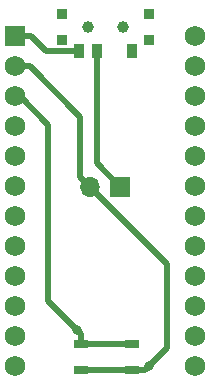
<source format=gbr>
G04 #@! TF.GenerationSoftware,KiCad,Pcbnew,(5.0.0)*
G04 #@! TF.CreationDate,2020-05-09T16:41:49-06:00*
G04 #@! TF.ProjectId,BatteryPack,426174746572795061636B2E6B696361,rev?*
G04 #@! TF.SameCoordinates,Original*
G04 #@! TF.FileFunction,Copper,L1,Top,Signal*
G04 #@! TF.FilePolarity,Positive*
%FSLAX46Y46*%
G04 Gerber Fmt 4.6, Leading zero omitted, Abs format (unit mm)*
G04 Created by KiCad (PCBNEW (5.0.0)) date 05/09/20 16:41:49*
%MOMM*%
%LPD*%
G01*
G04 APERTURE LIST*
G04 #@! TA.AperFunction,SMDPad,CuDef*
%ADD10R,1.200000X0.650000*%
G04 #@! TD*
G04 #@! TA.AperFunction,ComponentPad*
%ADD11R,1.752600X1.752600*%
G04 #@! TD*
G04 #@! TA.AperFunction,ComponentPad*
%ADD12C,1.752600*%
G04 #@! TD*
G04 #@! TA.AperFunction,WasherPad*
%ADD13C,1.000000*%
G04 #@! TD*
G04 #@! TA.AperFunction,SMDPad,CuDef*
%ADD14R,0.900000X1.250000*%
G04 #@! TD*
G04 #@! TA.AperFunction,SMDPad,CuDef*
%ADD15R,0.900000X0.900000*%
G04 #@! TD*
G04 #@! TA.AperFunction,ComponentPad*
%ADD16R,1.700000X1.700000*%
G04 #@! TD*
G04 #@! TA.AperFunction,ComponentPad*
%ADD17O,1.700000X1.700000*%
G04 #@! TD*
G04 #@! TA.AperFunction,ViaPad*
%ADD18C,0.800000*%
G04 #@! TD*
G04 #@! TA.AperFunction,Conductor*
%ADD19C,0.500000*%
G04 #@! TD*
G04 APERTURE END LIST*
D10*
G04 #@! TO.P,SW1,1*
G04 #@! TO.N,Net-(SW1-Pad1)*
X126247000Y-90111000D03*
X130547000Y-90111000D03*
G04 #@! TO.P,SW1,2*
G04 #@! TO.N,GND*
X126247000Y-92261000D03*
X130547000Y-92261000D03*
G04 #@! TD*
D11*
G04 #@! TO.P,U1,1*
G04 #@! TO.N,Net-(SW2-Pad3)*
X120650000Y-64060000D03*
D12*
G04 #@! TO.P,U1,2*
G04 #@! TO.N,GND*
X120650000Y-66600000D03*
G04 #@! TO.P,U1,3*
G04 #@! TO.N,Net-(SW1-Pad1)*
X120650000Y-69140000D03*
G04 #@! TO.P,U1,4*
G04 #@! TO.N,N/C*
X120650000Y-71680000D03*
G04 #@! TO.P,U1,5*
X120650000Y-74220000D03*
G04 #@! TO.P,U1,6*
X120650000Y-76760000D03*
G04 #@! TO.P,U1,7*
X120650000Y-79300000D03*
G04 #@! TO.P,U1,8*
X120650000Y-81840000D03*
G04 #@! TO.P,U1,9*
X120650000Y-84380000D03*
G04 #@! TO.P,U1,10*
X120650000Y-86920000D03*
G04 #@! TO.P,U1,11*
X120650000Y-89460000D03*
G04 #@! TO.P,U1,12*
X120650000Y-92000000D03*
G04 #@! TO.P,U1,24*
X135890000Y-92000000D03*
G04 #@! TO.P,U1,23*
X135890000Y-89460000D03*
G04 #@! TO.P,U1,22*
X135890000Y-86920000D03*
G04 #@! TO.P,U1,21*
X135890000Y-84380000D03*
G04 #@! TO.P,U1,20*
X135890000Y-81840000D03*
G04 #@! TO.P,U1,19*
X135890000Y-79300000D03*
G04 #@! TO.P,U1,18*
X135890000Y-76760000D03*
G04 #@! TO.P,U1,17*
X135890000Y-74220000D03*
G04 #@! TO.P,U1,16*
X135890000Y-71680000D03*
G04 #@! TO.P,U1,15*
X135890000Y-69140000D03*
G04 #@! TO.P,U1,14*
X135890000Y-66600000D03*
G04 #@! TO.P,U1,13*
X135890000Y-64060000D03*
G04 #@! TD*
D13*
G04 #@! TO.P,SW2,*
G04 #@! TO.N,*
X129770000Y-63246000D03*
X126770000Y-63246000D03*
D14*
G04 #@! TO.P,SW2,2*
G04 #@! TO.N,Net-(J1-Pad1)*
X127520000Y-65321000D03*
G04 #@! TO.P,SW2,3*
G04 #@! TO.N,Net-(SW2-Pad3)*
X126020000Y-65321000D03*
G04 #@! TO.P,SW2,1*
G04 #@! TO.N,N/C*
X130520000Y-65321000D03*
D15*
G04 #@! TO.P,SW2,0*
X131970000Y-62146000D03*
X131970000Y-64346000D03*
X124570000Y-64346000D03*
X124570000Y-62146000D03*
G04 #@! TD*
D16*
G04 #@! TO.P,J1,1*
G04 #@! TO.N,Net-(J1-Pad1)*
X129540001Y-76835000D03*
D17*
G04 #@! TO.P,J1,2*
G04 #@! TO.N,GND*
X127000001Y-76835000D03*
G04 #@! TD*
D18*
G04 #@! TO.N,GND*
X131953000Y-91955000D03*
G04 #@! TO.N,Net-(SW1-Pad1)*
X125861000Y-88900000D03*
G04 #@! TD*
D19*
G04 #@! TO.N,GND*
X120650000Y-66600000D02*
X121000000Y-66600000D01*
X126247000Y-92261000D02*
X130547000Y-92261000D01*
X130547000Y-92261000D02*
X131647000Y-92261000D01*
X126150002Y-75985001D02*
X127000001Y-76835000D01*
X126150002Y-70860727D02*
X126150002Y-75985001D01*
X121889275Y-66600000D02*
X126150002Y-70860727D01*
X120650000Y-66600000D02*
X121889275Y-66600000D01*
X133477000Y-83311999D02*
X127000001Y-76835000D01*
X133477000Y-90431000D02*
X133477000Y-83311999D01*
X131647000Y-92261000D02*
X131953000Y-91955000D01*
X131953000Y-91955000D02*
X133477000Y-90431000D01*
G04 #@! TO.N,Net-(SW1-Pad1)*
X121000000Y-69140000D02*
X123444000Y-71584000D01*
X120650000Y-69140000D02*
X121000000Y-69140000D01*
X126247000Y-89286000D02*
X126247000Y-90111000D01*
X123444000Y-71584000D02*
X123444000Y-86483000D01*
X126247000Y-90111000D02*
X130547000Y-90111000D01*
X123444000Y-86483000D02*
X125861000Y-88900000D01*
X125861000Y-88900000D02*
X126247000Y-89286000D01*
G04 #@! TO.N,Net-(SW2-Pad3)*
X120650000Y-64060000D02*
X121920000Y-64060000D01*
X121000000Y-64060000D02*
X121920000Y-64060000D01*
G04 #@! TO.N,Net-(J1-Pad1)*
X127520000Y-74814999D02*
X129540001Y-76835000D01*
X127520000Y-65321000D02*
X127520000Y-74814999D01*
G04 #@! TO.N,Net-(SW2-Pad3)*
X123233000Y-65321000D02*
X126020000Y-65321000D01*
X121920000Y-64060000D02*
X121972000Y-64060000D01*
X121972000Y-64060000D02*
X123233000Y-65321000D01*
G04 #@! TD*
M02*

</source>
